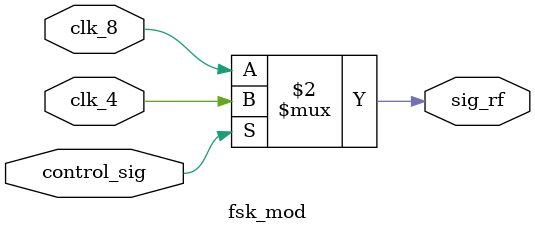
<source format=v>
module fsk_mod(clk_4,clk_8,control_sig,sig_rf);
  input clk_4,clk_8,control_sig;
  output wire sig_rf;
  
  assign sig_rf=(control_sig==0)?clk_8:clk_4;
  
endmodule
</source>
